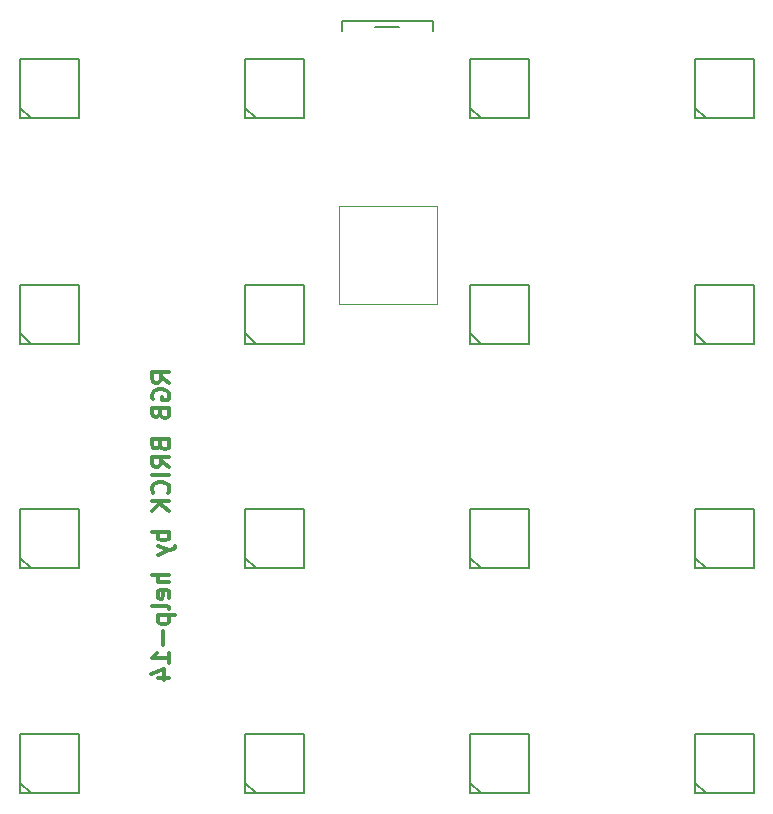
<source format=gbr>
G04 #@! TF.FileFunction,Drawing*
%FSLAX46Y46*%
G04 Gerber Fmt 4.6, Leading zero omitted, Abs format (unit mm)*
G04 Created by KiCad (PCBNEW 4.0.5) date 02/28/17 13:31:52*
%MOMM*%
%LPD*%
G01*
G04 APERTURE LIST*
%ADD10C,0.100000*%
%ADD11C,0.300000*%
%ADD12C,0.200000*%
%ADD13C,0.050000*%
G04 APERTURE END LIST*
D10*
D11*
X57272321Y-63486608D02*
X56558036Y-62986608D01*
X57272321Y-62629465D02*
X55772321Y-62629465D01*
X55772321Y-63200893D01*
X55843750Y-63343751D01*
X55915179Y-63415179D01*
X56058036Y-63486608D01*
X56272321Y-63486608D01*
X56415179Y-63415179D01*
X56486607Y-63343751D01*
X56558036Y-63200893D01*
X56558036Y-62629465D01*
X55843750Y-64915179D02*
X55772321Y-64772322D01*
X55772321Y-64558036D01*
X55843750Y-64343751D01*
X55986607Y-64200893D01*
X56129464Y-64129465D01*
X56415179Y-64058036D01*
X56629464Y-64058036D01*
X56915179Y-64129465D01*
X57058036Y-64200893D01*
X57200893Y-64343751D01*
X57272321Y-64558036D01*
X57272321Y-64700893D01*
X57200893Y-64915179D01*
X57129464Y-64986608D01*
X56629464Y-64986608D01*
X56629464Y-64700893D01*
X56486607Y-66129465D02*
X56558036Y-66343751D01*
X56629464Y-66415179D01*
X56772321Y-66486608D01*
X56986607Y-66486608D01*
X57129464Y-66415179D01*
X57200893Y-66343751D01*
X57272321Y-66200893D01*
X57272321Y-65629465D01*
X55772321Y-65629465D01*
X55772321Y-66129465D01*
X55843750Y-66272322D01*
X55915179Y-66343751D01*
X56058036Y-66415179D01*
X56200893Y-66415179D01*
X56343750Y-66343751D01*
X56415179Y-66272322D01*
X56486607Y-66129465D01*
X56486607Y-65629465D01*
X56486607Y-68772322D02*
X56558036Y-68986608D01*
X56629464Y-69058036D01*
X56772321Y-69129465D01*
X56986607Y-69129465D01*
X57129464Y-69058036D01*
X57200893Y-68986608D01*
X57272321Y-68843750D01*
X57272321Y-68272322D01*
X55772321Y-68272322D01*
X55772321Y-68772322D01*
X55843750Y-68915179D01*
X55915179Y-68986608D01*
X56058036Y-69058036D01*
X56200893Y-69058036D01*
X56343750Y-68986608D01*
X56415179Y-68915179D01*
X56486607Y-68772322D01*
X56486607Y-68272322D01*
X57272321Y-70629465D02*
X56558036Y-70129465D01*
X57272321Y-69772322D02*
X55772321Y-69772322D01*
X55772321Y-70343750D01*
X55843750Y-70486608D01*
X55915179Y-70558036D01*
X56058036Y-70629465D01*
X56272321Y-70629465D01*
X56415179Y-70558036D01*
X56486607Y-70486608D01*
X56558036Y-70343750D01*
X56558036Y-69772322D01*
X57272321Y-71272322D02*
X55772321Y-71272322D01*
X57129464Y-72843751D02*
X57200893Y-72772322D01*
X57272321Y-72558036D01*
X57272321Y-72415179D01*
X57200893Y-72200894D01*
X57058036Y-72058036D01*
X56915179Y-71986608D01*
X56629464Y-71915179D01*
X56415179Y-71915179D01*
X56129464Y-71986608D01*
X55986607Y-72058036D01*
X55843750Y-72200894D01*
X55772321Y-72415179D01*
X55772321Y-72558036D01*
X55843750Y-72772322D01*
X55915179Y-72843751D01*
X57272321Y-73486608D02*
X55772321Y-73486608D01*
X57272321Y-74343751D02*
X56415179Y-73700894D01*
X55772321Y-74343751D02*
X56629464Y-73486608D01*
X57272321Y-76129465D02*
X55772321Y-76129465D01*
X56343750Y-76129465D02*
X56272321Y-76272322D01*
X56272321Y-76558036D01*
X56343750Y-76700893D01*
X56415179Y-76772322D01*
X56558036Y-76843751D01*
X56986607Y-76843751D01*
X57129464Y-76772322D01*
X57200893Y-76700893D01*
X57272321Y-76558036D01*
X57272321Y-76272322D01*
X57200893Y-76129465D01*
X56272321Y-77343751D02*
X57272321Y-77700894D01*
X56272321Y-78058036D02*
X57272321Y-77700894D01*
X57629464Y-77558036D01*
X57700893Y-77486608D01*
X57772321Y-77343751D01*
X57272321Y-79772322D02*
X55772321Y-79772322D01*
X57272321Y-80415179D02*
X56486607Y-80415179D01*
X56343750Y-80343750D01*
X56272321Y-80200893D01*
X56272321Y-79986608D01*
X56343750Y-79843750D01*
X56415179Y-79772322D01*
X57200893Y-81700893D02*
X57272321Y-81558036D01*
X57272321Y-81272322D01*
X57200893Y-81129465D01*
X57058036Y-81058036D01*
X56486607Y-81058036D01*
X56343750Y-81129465D01*
X56272321Y-81272322D01*
X56272321Y-81558036D01*
X56343750Y-81700893D01*
X56486607Y-81772322D01*
X56629464Y-81772322D01*
X56772321Y-81058036D01*
X57272321Y-82629465D02*
X57200893Y-82486607D01*
X57058036Y-82415179D01*
X55772321Y-82415179D01*
X56272321Y-83200893D02*
X57772321Y-83200893D01*
X56343750Y-83200893D02*
X56272321Y-83343750D01*
X56272321Y-83629464D01*
X56343750Y-83772321D01*
X56415179Y-83843750D01*
X56558036Y-83915179D01*
X56986607Y-83915179D01*
X57129464Y-83843750D01*
X57200893Y-83772321D01*
X57272321Y-83629464D01*
X57272321Y-83343750D01*
X57200893Y-83200893D01*
X56700893Y-84558036D02*
X56700893Y-85700893D01*
X57272321Y-87200893D02*
X57272321Y-86343750D01*
X57272321Y-86772322D02*
X55772321Y-86772322D01*
X55986607Y-86629465D01*
X56129464Y-86486607D01*
X56200893Y-86343750D01*
X56272321Y-88486607D02*
X57272321Y-88486607D01*
X55700893Y-88129464D02*
X56772321Y-87772321D01*
X56772321Y-88700893D01*
D12*
X74693750Y-33353750D02*
X76693750Y-33353750D01*
X71843750Y-32853750D02*
X71843750Y-33753750D01*
X79543750Y-32853750D02*
X79543750Y-33753750D01*
X71843750Y-32853750D02*
X79543750Y-32853750D01*
X101733750Y-93675000D02*
X101733750Y-93275000D01*
X101733750Y-96975000D02*
X101733750Y-94575000D01*
X101733750Y-98275000D02*
X101733750Y-97875000D01*
X106733750Y-93675000D02*
X106733750Y-93275000D01*
X106733750Y-96975000D02*
X106733750Y-94575000D01*
X106733750Y-98275000D02*
X106733750Y-97875000D01*
X106733750Y-97875000D02*
X106733750Y-96975000D01*
X101733750Y-97375000D02*
X102708750Y-98275000D01*
X106733750Y-94600000D02*
X106733750Y-93700000D01*
X101733750Y-96975000D02*
X101733750Y-97875000D01*
X101733750Y-93675000D02*
X101733750Y-94575000D01*
X106733750Y-93275000D02*
X101733750Y-93275000D01*
X101734390Y-98274360D02*
X106733110Y-98274360D01*
X82683750Y-93675000D02*
X82683750Y-93275000D01*
X82683750Y-96975000D02*
X82683750Y-94575000D01*
X82683750Y-98275000D02*
X82683750Y-97875000D01*
X87683750Y-93675000D02*
X87683750Y-93275000D01*
X87683750Y-96975000D02*
X87683750Y-94575000D01*
X87683750Y-98275000D02*
X87683750Y-97875000D01*
X87683750Y-97875000D02*
X87683750Y-96975000D01*
X82683750Y-97375000D02*
X83658750Y-98275000D01*
X87683750Y-94600000D02*
X87683750Y-93700000D01*
X82683750Y-96975000D02*
X82683750Y-97875000D01*
X82683750Y-93675000D02*
X82683750Y-94575000D01*
X87683750Y-93275000D02*
X82683750Y-93275000D01*
X82684390Y-98274360D02*
X87683110Y-98274360D01*
X63633750Y-93675000D02*
X63633750Y-93275000D01*
X63633750Y-96975000D02*
X63633750Y-94575000D01*
X63633750Y-98275000D02*
X63633750Y-97875000D01*
X68633750Y-93675000D02*
X68633750Y-93275000D01*
X68633750Y-96975000D02*
X68633750Y-94575000D01*
X68633750Y-98275000D02*
X68633750Y-97875000D01*
X68633750Y-97875000D02*
X68633750Y-96975000D01*
X63633750Y-97375000D02*
X64608750Y-98275000D01*
X68633750Y-94600000D02*
X68633750Y-93700000D01*
X63633750Y-96975000D02*
X63633750Y-97875000D01*
X63633750Y-93675000D02*
X63633750Y-94575000D01*
X68633750Y-93275000D02*
X63633750Y-93275000D01*
X63634390Y-98274360D02*
X68633110Y-98274360D01*
X44583750Y-93675000D02*
X44583750Y-93275000D01*
X44583750Y-96975000D02*
X44583750Y-94575000D01*
X44583750Y-98275000D02*
X44583750Y-97875000D01*
X49583750Y-93675000D02*
X49583750Y-93275000D01*
X49583750Y-96975000D02*
X49583750Y-94575000D01*
X49583750Y-98275000D02*
X49583750Y-97875000D01*
X49583750Y-97875000D02*
X49583750Y-96975000D01*
X44583750Y-97375000D02*
X45558750Y-98275000D01*
X49583750Y-94600000D02*
X49583750Y-93700000D01*
X44583750Y-96975000D02*
X44583750Y-97875000D01*
X44583750Y-93675000D02*
X44583750Y-94575000D01*
X49583750Y-93275000D02*
X44583750Y-93275000D01*
X44584390Y-98274360D02*
X49583110Y-98274360D01*
X101733750Y-74630000D02*
X101733750Y-74230000D01*
X101733750Y-77930000D02*
X101733750Y-75530000D01*
X101733750Y-79230000D02*
X101733750Y-78830000D01*
X106733750Y-74630000D02*
X106733750Y-74230000D01*
X106733750Y-77930000D02*
X106733750Y-75530000D01*
X106733750Y-79230000D02*
X106733750Y-78830000D01*
X106733750Y-78830000D02*
X106733750Y-77930000D01*
X101733750Y-78330000D02*
X102708750Y-79230000D01*
X106733750Y-75555000D02*
X106733750Y-74655000D01*
X101733750Y-77930000D02*
X101733750Y-78830000D01*
X101733750Y-74630000D02*
X101733750Y-75530000D01*
X106733750Y-74230000D02*
X101733750Y-74230000D01*
X101734390Y-79229360D02*
X106733110Y-79229360D01*
X82683750Y-74630000D02*
X82683750Y-74230000D01*
X82683750Y-77930000D02*
X82683750Y-75530000D01*
X82683750Y-79230000D02*
X82683750Y-78830000D01*
X87683750Y-74630000D02*
X87683750Y-74230000D01*
X87683750Y-77930000D02*
X87683750Y-75530000D01*
X87683750Y-79230000D02*
X87683750Y-78830000D01*
X87683750Y-78830000D02*
X87683750Y-77930000D01*
X82683750Y-78330000D02*
X83658750Y-79230000D01*
X87683750Y-75555000D02*
X87683750Y-74655000D01*
X82683750Y-77930000D02*
X82683750Y-78830000D01*
X82683750Y-74630000D02*
X82683750Y-75530000D01*
X87683750Y-74230000D02*
X82683750Y-74230000D01*
X82684390Y-79229360D02*
X87683110Y-79229360D01*
X63633750Y-74630000D02*
X63633750Y-74230000D01*
X63633750Y-77930000D02*
X63633750Y-75530000D01*
X63633750Y-79230000D02*
X63633750Y-78830000D01*
X68633750Y-74630000D02*
X68633750Y-74230000D01*
X68633750Y-77930000D02*
X68633750Y-75530000D01*
X68633750Y-79230000D02*
X68633750Y-78830000D01*
X68633750Y-78830000D02*
X68633750Y-77930000D01*
X63633750Y-78330000D02*
X64608750Y-79230000D01*
X68633750Y-75555000D02*
X68633750Y-74655000D01*
X63633750Y-77930000D02*
X63633750Y-78830000D01*
X63633750Y-74630000D02*
X63633750Y-75530000D01*
X68633750Y-74230000D02*
X63633750Y-74230000D01*
X63634390Y-79229360D02*
X68633110Y-79229360D01*
X44583750Y-74630000D02*
X44583750Y-74230000D01*
X44583750Y-77930000D02*
X44583750Y-75530000D01*
X44583750Y-79230000D02*
X44583750Y-78830000D01*
X49583750Y-74630000D02*
X49583750Y-74230000D01*
X49583750Y-77930000D02*
X49583750Y-75530000D01*
X49583750Y-79230000D02*
X49583750Y-78830000D01*
X49583750Y-78830000D02*
X49583750Y-77930000D01*
X44583750Y-78330000D02*
X45558750Y-79230000D01*
X49583750Y-75555000D02*
X49583750Y-74655000D01*
X44583750Y-77930000D02*
X44583750Y-78830000D01*
X44583750Y-74630000D02*
X44583750Y-75530000D01*
X49583750Y-74230000D02*
X44583750Y-74230000D01*
X44584390Y-79229360D02*
X49583110Y-79229360D01*
X101733750Y-55590000D02*
X101733750Y-55190000D01*
X101733750Y-58890000D02*
X101733750Y-56490000D01*
X101733750Y-60190000D02*
X101733750Y-59790000D01*
X106733750Y-55590000D02*
X106733750Y-55190000D01*
X106733750Y-58890000D02*
X106733750Y-56490000D01*
X106733750Y-60190000D02*
X106733750Y-59790000D01*
X106733750Y-59790000D02*
X106733750Y-58890000D01*
X101733750Y-59290000D02*
X102708750Y-60190000D01*
X106733750Y-56515000D02*
X106733750Y-55615000D01*
X101733750Y-58890000D02*
X101733750Y-59790000D01*
X101733750Y-55590000D02*
X101733750Y-56490000D01*
X106733750Y-55190000D02*
X101733750Y-55190000D01*
X101734390Y-60189360D02*
X106733110Y-60189360D01*
X82683750Y-55590000D02*
X82683750Y-55190000D01*
X82683750Y-58890000D02*
X82683750Y-56490000D01*
X82683750Y-60190000D02*
X82683750Y-59790000D01*
X87683750Y-55590000D02*
X87683750Y-55190000D01*
X87683750Y-58890000D02*
X87683750Y-56490000D01*
X87683750Y-60190000D02*
X87683750Y-59790000D01*
X87683750Y-59790000D02*
X87683750Y-58890000D01*
X82683750Y-59290000D02*
X83658750Y-60190000D01*
X87683750Y-56515000D02*
X87683750Y-55615000D01*
X82683750Y-58890000D02*
X82683750Y-59790000D01*
X82683750Y-55590000D02*
X82683750Y-56490000D01*
X87683750Y-55190000D02*
X82683750Y-55190000D01*
X82684390Y-60189360D02*
X87683110Y-60189360D01*
X63633750Y-55590000D02*
X63633750Y-55190000D01*
X63633750Y-58890000D02*
X63633750Y-56490000D01*
X63633750Y-60190000D02*
X63633750Y-59790000D01*
X68633750Y-55590000D02*
X68633750Y-55190000D01*
X68633750Y-58890000D02*
X68633750Y-56490000D01*
X68633750Y-60190000D02*
X68633750Y-59790000D01*
X68633750Y-59790000D02*
X68633750Y-58890000D01*
X63633750Y-59290000D02*
X64608750Y-60190000D01*
X68633750Y-56515000D02*
X68633750Y-55615000D01*
X63633750Y-58890000D02*
X63633750Y-59790000D01*
X63633750Y-55590000D02*
X63633750Y-56490000D01*
X68633750Y-55190000D02*
X63633750Y-55190000D01*
X63634390Y-60189360D02*
X68633110Y-60189360D01*
X44583750Y-55590000D02*
X44583750Y-55190000D01*
X44583750Y-58890000D02*
X44583750Y-56490000D01*
X44583750Y-60190000D02*
X44583750Y-59790000D01*
X49583750Y-55590000D02*
X49583750Y-55190000D01*
X49583750Y-58890000D02*
X49583750Y-56490000D01*
X49583750Y-60190000D02*
X49583750Y-59790000D01*
X49583750Y-59790000D02*
X49583750Y-58890000D01*
X44583750Y-59290000D02*
X45558750Y-60190000D01*
X49583750Y-56515000D02*
X49583750Y-55615000D01*
X44583750Y-58890000D02*
X44583750Y-59790000D01*
X44583750Y-55590000D02*
X44583750Y-56490000D01*
X49583750Y-55190000D02*
X44583750Y-55190000D01*
X44584390Y-60189360D02*
X49583110Y-60189360D01*
X101733750Y-36530000D02*
X101733750Y-36130000D01*
X101733750Y-39830000D02*
X101733750Y-37430000D01*
X101733750Y-41130000D02*
X101733750Y-40730000D01*
X106733750Y-36530000D02*
X106733750Y-36130000D01*
X106733750Y-39830000D02*
X106733750Y-37430000D01*
X106733750Y-41130000D02*
X106733750Y-40730000D01*
X106733750Y-40730000D02*
X106733750Y-39830000D01*
X101733750Y-40230000D02*
X102708750Y-41130000D01*
X106733750Y-37455000D02*
X106733750Y-36555000D01*
X101733750Y-39830000D02*
X101733750Y-40730000D01*
X101733750Y-36530000D02*
X101733750Y-37430000D01*
X106733750Y-36130000D02*
X101733750Y-36130000D01*
X101734390Y-41129360D02*
X106733110Y-41129360D01*
X82683750Y-36530000D02*
X82683750Y-36130000D01*
X82683750Y-39830000D02*
X82683750Y-37430000D01*
X82683750Y-41130000D02*
X82683750Y-40730000D01*
X87683750Y-36530000D02*
X87683750Y-36130000D01*
X87683750Y-39830000D02*
X87683750Y-37430000D01*
X87683750Y-41130000D02*
X87683750Y-40730000D01*
X87683750Y-40730000D02*
X87683750Y-39830000D01*
X82683750Y-40230000D02*
X83658750Y-41130000D01*
X87683750Y-37455000D02*
X87683750Y-36555000D01*
X82683750Y-39830000D02*
X82683750Y-40730000D01*
X82683750Y-36530000D02*
X82683750Y-37430000D01*
X87683750Y-36130000D02*
X82683750Y-36130000D01*
X82684390Y-41129360D02*
X87683110Y-41129360D01*
X63633750Y-36530000D02*
X63633750Y-36130000D01*
X63633750Y-39830000D02*
X63633750Y-37430000D01*
X63633750Y-41130000D02*
X63633750Y-40730000D01*
X68633750Y-36530000D02*
X68633750Y-36130000D01*
X68633750Y-39830000D02*
X68633750Y-37430000D01*
X68633750Y-41130000D02*
X68633750Y-40730000D01*
X68633750Y-40730000D02*
X68633750Y-39830000D01*
X63633750Y-40230000D02*
X64608750Y-41130000D01*
X68633750Y-37455000D02*
X68633750Y-36555000D01*
X63633750Y-39830000D02*
X63633750Y-40730000D01*
X63633750Y-36530000D02*
X63633750Y-37430000D01*
X68633750Y-36130000D02*
X63633750Y-36130000D01*
X63634390Y-41129360D02*
X68633110Y-41129360D01*
X44583750Y-36530000D02*
X44583750Y-36130000D01*
X44583750Y-39830000D02*
X44583750Y-37430000D01*
X44583750Y-41130000D02*
X44583750Y-40730000D01*
X49583750Y-36530000D02*
X49583750Y-36130000D01*
X49583750Y-39830000D02*
X49583750Y-37430000D01*
X49583750Y-41130000D02*
X49583750Y-40730000D01*
X49583750Y-40730000D02*
X49583750Y-39830000D01*
X44583750Y-40230000D02*
X45558750Y-41130000D01*
X49583750Y-37455000D02*
X49583750Y-36555000D01*
X44583750Y-39830000D02*
X44583750Y-40730000D01*
X44583750Y-36530000D02*
X44583750Y-37430000D01*
X49583750Y-36130000D02*
X44583750Y-36130000D01*
X44584390Y-41129360D02*
X49583110Y-41129360D01*
D13*
X71635750Y-48521750D02*
X71635750Y-56821750D01*
X71635750Y-56821750D02*
X79935750Y-56821750D01*
X79935750Y-56821750D02*
X79935750Y-48521750D01*
X79935750Y-48521750D02*
X71635750Y-48521750D01*
M02*

</source>
